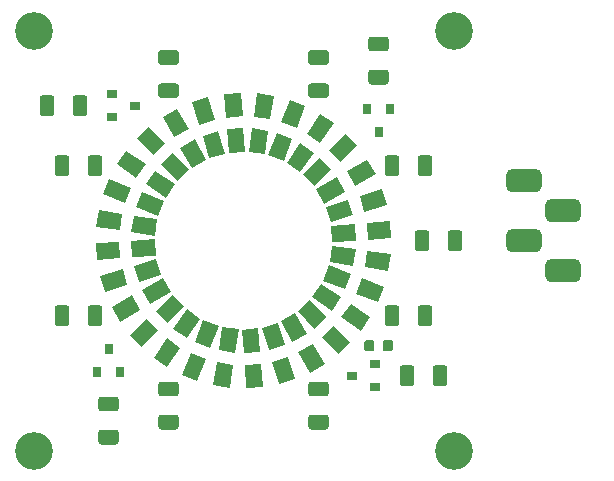
<source format=gbr>
G04 #@! TF.GenerationSoftware,KiCad,Pcbnew,5.1.8-db9833491~87~ubuntu20.04.1*
G04 #@! TF.CreationDate,2020-11-24T17:51:12+00:00*
G04 #@! TF.ProjectId,LEDring,4c454472-696e-4672-9e6b-696361645f70,rev?*
G04 #@! TF.SameCoordinates,Original*
G04 #@! TF.FileFunction,Soldermask,Top*
G04 #@! TF.FilePolarity,Negative*
%FSLAX46Y46*%
G04 Gerber Fmt 4.6, Leading zero omitted, Abs format (unit mm)*
G04 Created by KiCad (PCBNEW 5.1.8-db9833491~87~ubuntu20.04.1) date 2020-11-24 17:51:12*
%MOMM*%
%LPD*%
G01*
G04 APERTURE LIST*
%ADD10R,0.900000X0.800000*%
%ADD11C,3.200000*%
%ADD12R,0.800000X0.900000*%
%ADD13C,0.100000*%
G04 APERTURE END LIST*
D10*
G04 #@! TO.C,Q1*
X188960000Y-88580000D03*
X188960000Y-86680000D03*
X186960000Y-87630000D03*
G04 #@! TD*
G04 #@! TO.C,R2*
G36*
G01*
X189580000Y-85346250D02*
X189580000Y-84833750D01*
G75*
G02*
X189798750Y-84615000I218750J0D01*
G01*
X190236250Y-84615000D01*
G75*
G02*
X190455000Y-84833750I0J-218750D01*
G01*
X190455000Y-85346250D01*
G75*
G02*
X190236250Y-85565000I-218750J0D01*
G01*
X189798750Y-85565000D01*
G75*
G02*
X189580000Y-85346250I0J218750D01*
G01*
G37*
G36*
G01*
X188005000Y-85346250D02*
X188005000Y-84833750D01*
G75*
G02*
X188223750Y-84615000I218750J0D01*
G01*
X188661250Y-84615000D01*
G75*
G02*
X188880000Y-84833750I0J-218750D01*
G01*
X188880000Y-85346250D01*
G75*
G02*
X188661250Y-85565000I-218750J0D01*
G01*
X188223750Y-85565000D01*
G75*
G02*
X188005000Y-85346250I0J218750D01*
G01*
G37*
G04 #@! TD*
G04 #@! TO.C,R4*
G36*
G01*
X190995000Y-69225000D02*
X190995000Y-70475000D01*
G75*
G02*
X190745000Y-70725000I-250000J0D01*
G01*
X189995000Y-70725000D01*
G75*
G02*
X189745000Y-70475000I0J250000D01*
G01*
X189745000Y-69225000D01*
G75*
G02*
X189995000Y-68975000I250000J0D01*
G01*
X190745000Y-68975000D01*
G75*
G02*
X190995000Y-69225000I0J-250000D01*
G01*
G37*
G36*
G01*
X193795000Y-69225000D02*
X193795000Y-70475000D01*
G75*
G02*
X193545000Y-70725000I-250000J0D01*
G01*
X192795000Y-70725000D01*
G75*
G02*
X192545000Y-70475000I0J250000D01*
G01*
X192545000Y-69225000D01*
G75*
G02*
X192795000Y-68975000I250000J0D01*
G01*
X193545000Y-68975000D01*
G75*
G02*
X193795000Y-69225000I0J-250000D01*
G01*
G37*
G04 #@! TD*
G04 #@! TO.C,R6*
G36*
G01*
X184775000Y-92195000D02*
X183525000Y-92195000D01*
G75*
G02*
X183275000Y-91945000I0J250000D01*
G01*
X183275000Y-91195000D01*
G75*
G02*
X183525000Y-90945000I250000J0D01*
G01*
X184775000Y-90945000D01*
G75*
G02*
X185025000Y-91195000I0J-250000D01*
G01*
X185025000Y-91945000D01*
G75*
G02*
X184775000Y-92195000I-250000J0D01*
G01*
G37*
G36*
G01*
X184775000Y-89395000D02*
X183525000Y-89395000D01*
G75*
G02*
X183275000Y-89145000I0J250000D01*
G01*
X183275000Y-88395000D01*
G75*
G02*
X183525000Y-88145000I250000J0D01*
G01*
X184775000Y-88145000D01*
G75*
G02*
X185025000Y-88395000I0J-250000D01*
G01*
X185025000Y-89145000D01*
G75*
G02*
X184775000Y-89395000I-250000J0D01*
G01*
G37*
G04 #@! TD*
G04 #@! TO.C,R8*
G36*
G01*
X164605000Y-83175000D02*
X164605000Y-81925000D01*
G75*
G02*
X164855000Y-81675000I250000J0D01*
G01*
X165605000Y-81675000D01*
G75*
G02*
X165855000Y-81925000I0J-250000D01*
G01*
X165855000Y-83175000D01*
G75*
G02*
X165605000Y-83425000I-250000J0D01*
G01*
X164855000Y-83425000D01*
G75*
G02*
X164605000Y-83175000I0J250000D01*
G01*
G37*
G36*
G01*
X161805000Y-83175000D02*
X161805000Y-81925000D01*
G75*
G02*
X162055000Y-81675000I250000J0D01*
G01*
X162805000Y-81675000D01*
G75*
G02*
X163055000Y-81925000I0J-250000D01*
G01*
X163055000Y-83175000D01*
G75*
G02*
X162805000Y-83425000I-250000J0D01*
G01*
X162055000Y-83425000D01*
G75*
G02*
X161805000Y-83175000I0J250000D01*
G01*
G37*
G04 #@! TD*
G04 #@! TO.C,R10*
G36*
G01*
X170825000Y-60075000D02*
X172075000Y-60075000D01*
G75*
G02*
X172325000Y-60325000I0J-250000D01*
G01*
X172325000Y-61075000D01*
G75*
G02*
X172075000Y-61325000I-250000J0D01*
G01*
X170825000Y-61325000D01*
G75*
G02*
X170575000Y-61075000I0J250000D01*
G01*
X170575000Y-60325000D01*
G75*
G02*
X170825000Y-60075000I250000J0D01*
G01*
G37*
G36*
G01*
X170825000Y-62875000D02*
X172075000Y-62875000D01*
G75*
G02*
X172325000Y-63125000I0J-250000D01*
G01*
X172325000Y-63875000D01*
G75*
G02*
X172075000Y-64125000I-250000J0D01*
G01*
X170825000Y-64125000D01*
G75*
G02*
X170575000Y-63875000I0J250000D01*
G01*
X170575000Y-63125000D01*
G75*
G02*
X170825000Y-62875000I250000J0D01*
G01*
G37*
G04 #@! TD*
G04 #@! TO.C,C1*
G36*
G01*
X193795000Y-81925000D02*
X193795000Y-83175000D01*
G75*
G02*
X193545000Y-83425000I-250000J0D01*
G01*
X192795000Y-83425000D01*
G75*
G02*
X192545000Y-83175000I0J250000D01*
G01*
X192545000Y-81925000D01*
G75*
G02*
X192795000Y-81675000I250000J0D01*
G01*
X193545000Y-81675000D01*
G75*
G02*
X193795000Y-81925000I0J-250000D01*
G01*
G37*
G36*
G01*
X190995000Y-81925000D02*
X190995000Y-83175000D01*
G75*
G02*
X190745000Y-83425000I-250000J0D01*
G01*
X189995000Y-83425000D01*
G75*
G02*
X189745000Y-83175000I0J250000D01*
G01*
X189745000Y-81925000D01*
G75*
G02*
X189995000Y-81675000I250000J0D01*
G01*
X190745000Y-81675000D01*
G75*
G02*
X190995000Y-81925000I0J-250000D01*
G01*
G37*
G04 #@! TD*
G04 #@! TO.C,C2*
G36*
G01*
X172075000Y-89395000D02*
X170825000Y-89395000D01*
G75*
G02*
X170575000Y-89145000I0J250000D01*
G01*
X170575000Y-88395000D01*
G75*
G02*
X170825000Y-88145000I250000J0D01*
G01*
X172075000Y-88145000D01*
G75*
G02*
X172325000Y-88395000I0J-250000D01*
G01*
X172325000Y-89145000D01*
G75*
G02*
X172075000Y-89395000I-250000J0D01*
G01*
G37*
G36*
G01*
X172075000Y-92195000D02*
X170825000Y-92195000D01*
G75*
G02*
X170575000Y-91945000I0J250000D01*
G01*
X170575000Y-91195000D01*
G75*
G02*
X170825000Y-90945000I250000J0D01*
G01*
X172075000Y-90945000D01*
G75*
G02*
X172325000Y-91195000I0J-250000D01*
G01*
X172325000Y-91945000D01*
G75*
G02*
X172075000Y-92195000I-250000J0D01*
G01*
G37*
G04 #@! TD*
G04 #@! TO.C,C3*
G36*
G01*
X161805000Y-70475000D02*
X161805000Y-69225000D01*
G75*
G02*
X162055000Y-68975000I250000J0D01*
G01*
X162805000Y-68975000D01*
G75*
G02*
X163055000Y-69225000I0J-250000D01*
G01*
X163055000Y-70475000D01*
G75*
G02*
X162805000Y-70725000I-250000J0D01*
G01*
X162055000Y-70725000D01*
G75*
G02*
X161805000Y-70475000I0J250000D01*
G01*
G37*
G36*
G01*
X164605000Y-70475000D02*
X164605000Y-69225000D01*
G75*
G02*
X164855000Y-68975000I250000J0D01*
G01*
X165605000Y-68975000D01*
G75*
G02*
X165855000Y-69225000I0J-250000D01*
G01*
X165855000Y-70475000D01*
G75*
G02*
X165605000Y-70725000I-250000J0D01*
G01*
X164855000Y-70725000D01*
G75*
G02*
X164605000Y-70475000I0J250000D01*
G01*
G37*
G04 #@! TD*
G04 #@! TO.C,C4*
G36*
G01*
X183525000Y-62875000D02*
X184775000Y-62875000D01*
G75*
G02*
X185025000Y-63125000I0J-250000D01*
G01*
X185025000Y-63875000D01*
G75*
G02*
X184775000Y-64125000I-250000J0D01*
G01*
X183525000Y-64125000D01*
G75*
G02*
X183275000Y-63875000I0J250000D01*
G01*
X183275000Y-63125000D01*
G75*
G02*
X183525000Y-62875000I250000J0D01*
G01*
G37*
G36*
G01*
X183525000Y-60075000D02*
X184775000Y-60075000D01*
G75*
G02*
X185025000Y-60325000I0J-250000D01*
G01*
X185025000Y-61075000D01*
G75*
G02*
X184775000Y-61325000I-250000J0D01*
G01*
X183525000Y-61325000D01*
G75*
G02*
X183275000Y-61075000I0J250000D01*
G01*
X183275000Y-60325000D01*
G75*
G02*
X183525000Y-60075000I250000J0D01*
G01*
G37*
G04 #@! TD*
D11*
G04 #@! TO.C,H1*
X160020000Y-58420000D03*
G04 #@! TD*
G04 #@! TO.C,H2*
X160020000Y-93980000D03*
G04 #@! TD*
G04 #@! TO.C,H3*
X195580000Y-58420000D03*
G04 #@! TD*
G04 #@! TO.C,H4*
X195580000Y-93980000D03*
G04 #@! TD*
G04 #@! TO.C,J1*
G36*
G01*
X200045000Y-71620000D02*
X200045000Y-70620000D01*
G75*
G02*
X200545000Y-70120000I500000J0D01*
G01*
X202545000Y-70120000D01*
G75*
G02*
X203045000Y-70620000I0J-500000D01*
G01*
X203045000Y-71620000D01*
G75*
G02*
X202545000Y-72120000I-500000J0D01*
G01*
X200545000Y-72120000D01*
G75*
G02*
X200045000Y-71620000I0J500000D01*
G01*
G37*
G36*
G01*
X200045000Y-76700000D02*
X200045000Y-75700000D01*
G75*
G02*
X200545000Y-75200000I500000J0D01*
G01*
X202545000Y-75200000D01*
G75*
G02*
X203045000Y-75700000I0J-500000D01*
G01*
X203045000Y-76700000D01*
G75*
G02*
X202545000Y-77200000I-500000J0D01*
G01*
X200545000Y-77200000D01*
G75*
G02*
X200045000Y-76700000I0J500000D01*
G01*
G37*
G36*
G01*
X203355000Y-74160000D02*
X203355000Y-73160000D01*
G75*
G02*
X203855000Y-72660000I500000J0D01*
G01*
X205855000Y-72660000D01*
G75*
G02*
X206355000Y-73160000I0J-500000D01*
G01*
X206355000Y-74160000D01*
G75*
G02*
X205855000Y-74660000I-500000J0D01*
G01*
X203855000Y-74660000D01*
G75*
G02*
X203355000Y-74160000I0J500000D01*
G01*
G37*
G36*
G01*
X203355000Y-79240000D02*
X203355000Y-78240000D01*
G75*
G02*
X203855000Y-77740000I500000J0D01*
G01*
X205855000Y-77740000D01*
G75*
G02*
X206355000Y-78240000I0J-500000D01*
G01*
X206355000Y-79240000D01*
G75*
G02*
X205855000Y-79740000I-500000J0D01*
G01*
X203855000Y-79740000D01*
G75*
G02*
X203355000Y-79240000I0J500000D01*
G01*
G37*
G04 #@! TD*
D12*
G04 #@! TO.C,Q2*
X166370000Y-85360000D03*
X167320000Y-87360000D03*
X165420000Y-87360000D03*
G04 #@! TD*
D10*
G04 #@! TO.C,Q3*
X168640000Y-64770000D03*
X166640000Y-65720000D03*
X166640000Y-63820000D03*
G04 #@! TD*
D12*
G04 #@! TO.C,Q4*
X190180000Y-65040000D03*
X188280000Y-65040000D03*
X189230000Y-67040000D03*
G04 #@! TD*
G04 #@! TO.C,R3*
G36*
G01*
X193815000Y-88255000D02*
X193815000Y-87005000D01*
G75*
G02*
X194065000Y-86755000I250000J0D01*
G01*
X194815000Y-86755000D01*
G75*
G02*
X195065000Y-87005000I0J-250000D01*
G01*
X195065000Y-88255000D01*
G75*
G02*
X194815000Y-88505000I-250000J0D01*
G01*
X194065000Y-88505000D01*
G75*
G02*
X193815000Y-88255000I0J250000D01*
G01*
G37*
G36*
G01*
X191015000Y-88255000D02*
X191015000Y-87005000D01*
G75*
G02*
X191265000Y-86755000I250000J0D01*
G01*
X192015000Y-86755000D01*
G75*
G02*
X192265000Y-87005000I0J-250000D01*
G01*
X192265000Y-88255000D01*
G75*
G02*
X192015000Y-88505000I-250000J0D01*
G01*
X191265000Y-88505000D01*
G75*
G02*
X191015000Y-88255000I0J250000D01*
G01*
G37*
G04 #@! TD*
G04 #@! TO.C,R5*
G36*
G01*
X165745000Y-89415000D02*
X166995000Y-89415000D01*
G75*
G02*
X167245000Y-89665000I0J-250000D01*
G01*
X167245000Y-90415000D01*
G75*
G02*
X166995000Y-90665000I-250000J0D01*
G01*
X165745000Y-90665000D01*
G75*
G02*
X165495000Y-90415000I0J250000D01*
G01*
X165495000Y-89665000D01*
G75*
G02*
X165745000Y-89415000I250000J0D01*
G01*
G37*
G36*
G01*
X165745000Y-92215000D02*
X166995000Y-92215000D01*
G75*
G02*
X167245000Y-92465000I0J-250000D01*
G01*
X167245000Y-93215000D01*
G75*
G02*
X166995000Y-93465000I-250000J0D01*
G01*
X165745000Y-93465000D01*
G75*
G02*
X165495000Y-93215000I0J250000D01*
G01*
X165495000Y-92465000D01*
G75*
G02*
X165745000Y-92215000I250000J0D01*
G01*
G37*
G04 #@! TD*
G04 #@! TO.C,R7*
G36*
G01*
X161785000Y-64145000D02*
X161785000Y-65395000D01*
G75*
G02*
X161535000Y-65645000I-250000J0D01*
G01*
X160785000Y-65645000D01*
G75*
G02*
X160535000Y-65395000I0J250000D01*
G01*
X160535000Y-64145000D01*
G75*
G02*
X160785000Y-63895000I250000J0D01*
G01*
X161535000Y-63895000D01*
G75*
G02*
X161785000Y-64145000I0J-250000D01*
G01*
G37*
G36*
G01*
X164585000Y-64145000D02*
X164585000Y-65395000D01*
G75*
G02*
X164335000Y-65645000I-250000J0D01*
G01*
X163585000Y-65645000D01*
G75*
G02*
X163335000Y-65395000I0J250000D01*
G01*
X163335000Y-64145000D01*
G75*
G02*
X163585000Y-63895000I250000J0D01*
G01*
X164335000Y-63895000D01*
G75*
G02*
X164585000Y-64145000I0J-250000D01*
G01*
G37*
G04 #@! TD*
G04 #@! TO.C,R9*
G36*
G01*
X189855000Y-62985000D02*
X188605000Y-62985000D01*
G75*
G02*
X188355000Y-62735000I0J250000D01*
G01*
X188355000Y-61985000D01*
G75*
G02*
X188605000Y-61735000I250000J0D01*
G01*
X189855000Y-61735000D01*
G75*
G02*
X190105000Y-61985000I0J-250000D01*
G01*
X190105000Y-62735000D01*
G75*
G02*
X189855000Y-62985000I-250000J0D01*
G01*
G37*
G36*
G01*
X189855000Y-60185000D02*
X188605000Y-60185000D01*
G75*
G02*
X188355000Y-59935000I0J250000D01*
G01*
X188355000Y-59185000D01*
G75*
G02*
X188605000Y-58935000I250000J0D01*
G01*
X189855000Y-58935000D01*
G75*
G02*
X190105000Y-59185000I0J-250000D01*
G01*
X190105000Y-59935000D01*
G75*
G02*
X189855000Y-60185000I-250000J0D01*
G01*
G37*
G04 #@! TD*
D13*
G04 #@! TO.C,D1*
G36*
X187243313Y-71556218D02*
G01*
X186543313Y-70343782D01*
X188275363Y-69343782D01*
X188975363Y-70556218D01*
X187243313Y-71556218D01*
G37*
G36*
X184645237Y-73056218D02*
G01*
X183945237Y-71843782D01*
X185677287Y-70843782D01*
X186377287Y-72056218D01*
X184645237Y-73056218D01*
G37*
G04 #@! TD*
G04 #@! TO.C,D2*
G36*
X189539355Y-71848245D02*
G01*
X189951011Y-73186355D01*
X188039425Y-73774435D01*
X187627769Y-72436325D01*
X189539355Y-71848245D01*
G37*
G36*
X186671975Y-72730365D02*
G01*
X187083631Y-74068475D01*
X185172045Y-74656555D01*
X184760389Y-73318445D01*
X186671975Y-72730365D01*
G37*
G04 #@! TD*
G04 #@! TO.C,D3*
G36*
X188323078Y-76113240D02*
G01*
X188218108Y-74717181D01*
X190212478Y-74567224D01*
X190317448Y-75963283D01*
X188323078Y-76113240D01*
G37*
G36*
X185331522Y-76338176D02*
G01*
X185226552Y-74942117D01*
X187220922Y-74792160D01*
X187325892Y-76188219D01*
X185331522Y-76338176D01*
G37*
G04 #@! TD*
G04 #@! TO.C,D4*
G36*
X190264866Y-77372109D02*
G01*
X190055517Y-78756368D01*
X188078004Y-78457297D01*
X188287353Y-77073038D01*
X190264866Y-77372109D01*
G37*
G36*
X187298596Y-76923503D02*
G01*
X187089247Y-78307762D01*
X185111734Y-78008691D01*
X185321083Y-76624432D01*
X187298596Y-76923503D01*
G37*
G04 #@! TD*
G04 #@! TO.C,D5*
G36*
X187318814Y-80687577D02*
G01*
X187829642Y-79384099D01*
X189691754Y-80113853D01*
X189180926Y-81417331D01*
X187318814Y-80687577D01*
G37*
G36*
X184525646Y-79592947D02*
G01*
X185036474Y-78289469D01*
X186898586Y-79019223D01*
X186387758Y-80322701D01*
X184525646Y-79592947D01*
G37*
G04 #@! TD*
G04 #@! TO.C,D6*
G36*
X188522114Y-82663746D02*
G01*
X187733177Y-83820284D01*
X186080980Y-82693232D01*
X186869917Y-81536694D01*
X188522114Y-82663746D01*
G37*
G36*
X186043820Y-80973168D02*
G01*
X185254883Y-82129706D01*
X183602686Y-81002654D01*
X184391623Y-79846116D01*
X186043820Y-80973168D01*
G37*
G04 #@! TD*
G04 #@! TO.C,D8*
G36*
X182443782Y-85643313D02*
G01*
X183656218Y-84943313D01*
X184656218Y-86675363D01*
X183443782Y-87375363D01*
X182443782Y-85643313D01*
G37*
G36*
X180943782Y-83045237D02*
G01*
X182156218Y-82345237D01*
X183156218Y-84077287D01*
X181943782Y-84777287D01*
X180943782Y-83045237D01*
G37*
G04 #@! TD*
G04 #@! TO.C,D9*
G36*
X182151755Y-87939355D02*
G01*
X180813645Y-88351011D01*
X180225565Y-86439425D01*
X181563675Y-86027769D01*
X182151755Y-87939355D01*
G37*
G36*
X181269635Y-85071975D02*
G01*
X179931525Y-85483631D01*
X179343445Y-83572045D01*
X180681555Y-83160389D01*
X181269635Y-85071975D01*
G37*
G04 #@! TD*
G04 #@! TO.C,D10*
G36*
X177886760Y-86723078D02*
G01*
X179282819Y-86618108D01*
X179432776Y-88612478D01*
X178036717Y-88717448D01*
X177886760Y-86723078D01*
G37*
G36*
X177661824Y-83731522D02*
G01*
X179057883Y-83626552D01*
X179207840Y-85620922D01*
X177811781Y-85725892D01*
X177661824Y-83731522D01*
G37*
G04 #@! TD*
G04 #@! TO.C,D11*
G36*
X176627891Y-88664866D02*
G01*
X175243632Y-88455517D01*
X175542703Y-86478004D01*
X176926962Y-86687353D01*
X176627891Y-88664866D01*
G37*
G36*
X177076497Y-85698596D02*
G01*
X175692238Y-85489247D01*
X175991309Y-83511734D01*
X177375568Y-83721083D01*
X177076497Y-85698596D01*
G37*
G04 #@! TD*
G04 #@! TO.C,D12*
G36*
X173312423Y-85718814D02*
G01*
X174615901Y-86229642D01*
X173886147Y-88091754D01*
X172582669Y-87580926D01*
X173312423Y-85718814D01*
G37*
G36*
X174407053Y-82925646D02*
G01*
X175710531Y-83436474D01*
X174980777Y-85298586D01*
X173677299Y-84787758D01*
X174407053Y-82925646D01*
G37*
G04 #@! TD*
G04 #@! TO.C,D13*
G36*
X171336254Y-86922114D02*
G01*
X170179716Y-86133177D01*
X171306768Y-84480980D01*
X172463306Y-85269917D01*
X171336254Y-86922114D01*
G37*
G36*
X173026832Y-84443820D02*
G01*
X171870294Y-83654883D01*
X172997346Y-82002686D01*
X174153884Y-82791623D01*
X173026832Y-84443820D01*
G37*
G04 #@! TD*
G04 #@! TO.C,D15*
G36*
X168356687Y-80843782D02*
G01*
X169056687Y-82056218D01*
X167324637Y-83056218D01*
X166624637Y-81843782D01*
X168356687Y-80843782D01*
G37*
G36*
X170954763Y-79343782D02*
G01*
X171654763Y-80556218D01*
X169922713Y-81556218D01*
X169222713Y-80343782D01*
X170954763Y-79343782D01*
G37*
G04 #@! TD*
G04 #@! TO.C,D16*
G36*
X166060645Y-80551755D02*
G01*
X165648989Y-79213645D01*
X167560575Y-78625565D01*
X167972231Y-79963675D01*
X166060645Y-80551755D01*
G37*
G36*
X168928025Y-79669635D02*
G01*
X168516369Y-78331525D01*
X170427955Y-77743445D01*
X170839611Y-79081555D01*
X168928025Y-79669635D01*
G37*
G04 #@! TD*
G04 #@! TO.C,D17*
G36*
X167276922Y-76286760D02*
G01*
X167381892Y-77682819D01*
X165387522Y-77832776D01*
X165282552Y-76436717D01*
X167276922Y-76286760D01*
G37*
G36*
X170268478Y-76061824D02*
G01*
X170373448Y-77457883D01*
X168379078Y-77607840D01*
X168274108Y-76211781D01*
X170268478Y-76061824D01*
G37*
G04 #@! TD*
G04 #@! TO.C,D18*
G36*
X165335134Y-75027891D02*
G01*
X165544483Y-73643632D01*
X167521996Y-73942703D01*
X167312647Y-75326962D01*
X165335134Y-75027891D01*
G37*
G36*
X168301404Y-75476497D02*
G01*
X168510753Y-74092238D01*
X170488266Y-74391309D01*
X170278917Y-75775568D01*
X168301404Y-75476497D01*
G37*
G04 #@! TD*
G04 #@! TO.C,D19*
G36*
X168281186Y-71712423D02*
G01*
X167770358Y-73015901D01*
X165908246Y-72286147D01*
X166419074Y-70982669D01*
X168281186Y-71712423D01*
G37*
G36*
X171074354Y-72807053D02*
G01*
X170563526Y-74110531D01*
X168701414Y-73380777D01*
X169212242Y-72077299D01*
X171074354Y-72807053D01*
G37*
G04 #@! TD*
G04 #@! TO.C,D20*
G36*
X167077886Y-69736254D02*
G01*
X167866823Y-68579716D01*
X169519020Y-69706768D01*
X168730083Y-70863306D01*
X167077886Y-69736254D01*
G37*
G36*
X169556180Y-71426832D02*
G01*
X170345117Y-70270294D01*
X171997314Y-71397346D01*
X171208377Y-72553884D01*
X169556180Y-71426832D01*
G37*
G04 #@! TD*
G04 #@! TO.C,D22*
G36*
X173156218Y-66756687D02*
G01*
X171943782Y-67456687D01*
X170943782Y-65724637D01*
X172156218Y-65024637D01*
X173156218Y-66756687D01*
G37*
G36*
X174656218Y-69354763D02*
G01*
X173443782Y-70054763D01*
X172443782Y-68322713D01*
X173656218Y-67622713D01*
X174656218Y-69354763D01*
G37*
G04 #@! TD*
G04 #@! TO.C,D23*
G36*
X173448245Y-64460645D02*
G01*
X174786355Y-64048989D01*
X175374435Y-65960575D01*
X174036325Y-66372231D01*
X173448245Y-64460645D01*
G37*
G36*
X174330365Y-67328025D02*
G01*
X175668475Y-66916369D01*
X176256555Y-68827955D01*
X174918445Y-69239611D01*
X174330365Y-67328025D01*
G37*
G04 #@! TD*
G04 #@! TO.C,D24*
G36*
X177713240Y-65676922D02*
G01*
X176317181Y-65781892D01*
X176167224Y-63787522D01*
X177563283Y-63682552D01*
X177713240Y-65676922D01*
G37*
G36*
X177938176Y-68668478D02*
G01*
X176542117Y-68773448D01*
X176392160Y-66779078D01*
X177788219Y-66674108D01*
X177938176Y-68668478D01*
G37*
G04 #@! TD*
G04 #@! TO.C,D25*
G36*
X178972109Y-63735134D02*
G01*
X180356368Y-63944483D01*
X180057297Y-65921996D01*
X178673038Y-65712647D01*
X178972109Y-63735134D01*
G37*
G36*
X178523503Y-66701404D02*
G01*
X179907762Y-66910753D01*
X179608691Y-68888266D01*
X178224432Y-68678917D01*
X178523503Y-66701404D01*
G37*
G04 #@! TD*
G04 #@! TO.C,D26*
G36*
X182287577Y-66681186D02*
G01*
X180984099Y-66170358D01*
X181713853Y-64308246D01*
X183017331Y-64819074D01*
X182287577Y-66681186D01*
G37*
G36*
X181192947Y-69474354D02*
G01*
X179889469Y-68963526D01*
X180619223Y-67101414D01*
X181922701Y-67612242D01*
X181192947Y-69474354D01*
G37*
G04 #@! TD*
G04 #@! TO.C,D27*
G36*
X184263746Y-65477886D02*
G01*
X185420284Y-66266823D01*
X184293232Y-67919020D01*
X183136694Y-67130083D01*
X184263746Y-65477886D01*
G37*
G36*
X182573168Y-67956180D02*
G01*
X183729706Y-68745117D01*
X182602654Y-70397314D01*
X181446116Y-69608377D01*
X182573168Y-67956180D01*
G37*
G04 #@! TD*
G04 #@! TO.C,R1*
G36*
G01*
X196335000Y-75575000D02*
X196335000Y-76825000D01*
G75*
G02*
X196085000Y-77075000I-250000J0D01*
G01*
X195335000Y-77075000D01*
G75*
G02*
X195085000Y-76825000I0J250000D01*
G01*
X195085000Y-75575000D01*
G75*
G02*
X195335000Y-75325000I250000J0D01*
G01*
X196085000Y-75325000D01*
G75*
G02*
X196335000Y-75575000I0J-250000D01*
G01*
G37*
G36*
G01*
X193535000Y-75575000D02*
X193535000Y-76825000D01*
G75*
G02*
X193285000Y-77075000I-250000J0D01*
G01*
X192535000Y-77075000D01*
G75*
G02*
X192285000Y-76825000I0J250000D01*
G01*
X192285000Y-75575000D01*
G75*
G02*
X192535000Y-75325000I250000J0D01*
G01*
X193285000Y-75325000D01*
G75*
G02*
X193535000Y-75575000I0J-250000D01*
G01*
G37*
G04 #@! TD*
G04 #@! TO.C,D7*
G36*
X184774120Y-82687724D02*
G01*
X183748560Y-83640734D01*
X182387118Y-82175648D01*
X183412678Y-81222638D01*
X184774120Y-82687724D01*
G37*
G36*
X186816282Y-84885352D02*
G01*
X185790722Y-85838362D01*
X184429280Y-84373276D01*
X185454840Y-83420266D01*
X186816282Y-84885352D01*
G37*
G04 #@! TD*
G04 #@! TO.C,D14*
G36*
X169114648Y-85216282D02*
G01*
X168161638Y-84190722D01*
X169626724Y-82829280D01*
X170579734Y-83854840D01*
X169114648Y-85216282D01*
G37*
G36*
X171312276Y-83174120D02*
G01*
X170359266Y-82148560D01*
X171824352Y-80787118D01*
X172777362Y-81812678D01*
X171312276Y-83174120D01*
G37*
G04 #@! TD*
G04 #@! TO.C,D21*
G36*
X170825880Y-69712276D02*
G01*
X171851440Y-68759266D01*
X173212882Y-70224352D01*
X172187322Y-71177362D01*
X170825880Y-69712276D01*
G37*
G36*
X168783718Y-67514648D02*
G01*
X169809278Y-66561638D01*
X171170720Y-68026724D01*
X170145160Y-68979734D01*
X168783718Y-67514648D01*
G37*
G04 #@! TD*
G04 #@! TO.C,D28*
G36*
X186485352Y-67183718D02*
G01*
X187438362Y-68209278D01*
X185973276Y-69570720D01*
X185020266Y-68545160D01*
X186485352Y-67183718D01*
G37*
G36*
X184287724Y-69225880D02*
G01*
X185240734Y-70251440D01*
X183775648Y-71612882D01*
X182822638Y-70587322D01*
X184287724Y-69225880D01*
G37*
G04 #@! TD*
M02*

</source>
